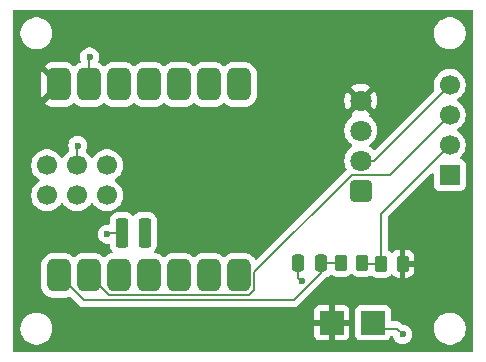
<source format=gtl>
%TF.GenerationSoftware,KiCad,Pcbnew,9.0.6*%
%TF.CreationDate,2025-11-11T11:50:19+01:00*%
%TF.ProjectId,tankuhr,74616e6b-7568-4722-9e6b-696361645f70,rev?*%
%TF.SameCoordinates,Original*%
%TF.FileFunction,Copper,L1,Top*%
%TF.FilePolarity,Positive*%
%FSLAX46Y46*%
G04 Gerber Fmt 4.6, Leading zero omitted, Abs format (unit mm)*
G04 Created by KiCad (PCBNEW 9.0.6) date 2025-11-11 11:50:19*
%MOMM*%
%LPD*%
G01*
G04 APERTURE LIST*
G04 Aperture macros list*
%AMRoundRect*
0 Rectangle with rounded corners*
0 $1 Rounding radius*
0 $2 $3 $4 $5 $6 $7 $8 $9 X,Y pos of 4 corners*
0 Add a 4 corners polygon primitive as box body*
4,1,4,$2,$3,$4,$5,$6,$7,$8,$9,$2,$3,0*
0 Add four circle primitives for the rounded corners*
1,1,$1+$1,$2,$3*
1,1,$1+$1,$4,$5*
1,1,$1+$1,$6,$7*
1,1,$1+$1,$8,$9*
0 Add four rect primitives between the rounded corners*
20,1,$1+$1,$2,$3,$4,$5,0*
20,1,$1+$1,$4,$5,$6,$7,0*
20,1,$1+$1,$6,$7,$8,$9,0*
20,1,$1+$1,$8,$9,$2,$3,0*%
G04 Aperture macros list end*
%TA.AperFunction,SMDPad,CuDef*%
%ADD10R,2.000000X2.000000*%
%TD*%
%TA.AperFunction,ComponentPad*%
%ADD11RoundRect,0.250000X0.650000X0.650000X-0.650000X0.650000X-0.650000X-0.650000X0.650000X-0.650000X0*%
%TD*%
%TA.AperFunction,ComponentPad*%
%ADD12C,1.800000*%
%TD*%
%TA.AperFunction,ComponentPad*%
%ADD13R,1.700000X1.700000*%
%TD*%
%TA.AperFunction,ComponentPad*%
%ADD14C,1.700000*%
%TD*%
%TA.AperFunction,SMDPad,CuDef*%
%ADD15RoundRect,0.250000X-0.262500X-0.450000X0.262500X-0.450000X0.262500X0.450000X-0.262500X0.450000X0*%
%TD*%
%TA.AperFunction,SMDPad,CuDef*%
%ADD16RoundRect,0.250000X0.262500X0.450000X-0.262500X0.450000X-0.262500X-0.450000X0.262500X-0.450000X0*%
%TD*%
%TA.AperFunction,SMDPad,CuDef*%
%ADD17RoundRect,0.250000X0.250000X0.475000X-0.250000X0.475000X-0.250000X-0.475000X0.250000X-0.475000X0*%
%TD*%
%TA.AperFunction,SMDPad,CuDef*%
%ADD18RoundRect,0.500000X0.500000X-0.875000X0.500000X0.875000X-0.500000X0.875000X-0.500000X-0.875000X0*%
%TD*%
%TA.AperFunction,SMDPad,CuDef*%
%ADD19RoundRect,0.275000X-0.275000X0.975000X-0.275000X-0.975000X0.275000X-0.975000X0.275000X0.975000X0*%
%TD*%
%TA.AperFunction,SMDPad,CuDef*%
%ADD20C,1.700000*%
%TD*%
%TA.AperFunction,ViaPad*%
%ADD21C,0.600000*%
%TD*%
%TA.AperFunction,Conductor*%
%ADD22C,0.200000*%
%TD*%
G04 APERTURE END LIST*
D10*
%TO.P,GND1,1,1*%
%TO.N,GND*%
X61000000Y-72000000D03*
%TD*%
D11*
%TO.P,U1,1,-Vin*%
%TO.N,GND*%
X59967500Y-60810000D03*
D12*
%TO.P,U1,2,+Vin*%
%TO.N,+12V*%
X59967500Y-58270000D03*
%TO.P,U1,3,-Vout*%
%TO.N,GND*%
X59967500Y-55730000D03*
%TO.P,U1,4,+Vout*%
%TO.N,+5V*%
X59967500Y-53190000D03*
%TD*%
D13*
%TO.P,J1,1,Pin_1*%
%TO.N,GND*%
X67500000Y-59500000D03*
D14*
%TO.P,J1,2,Pin_2*%
%TO.N,SENSOR_FUEL_LEVEL*%
X67500000Y-56960000D03*
%TO.P,J1,3,Pin_3*%
%TO.N,SENSOR_FUEL_FLOW*%
X67500000Y-54420000D03*
%TO.P,J1,4,Pin_4*%
%TO.N,+12V*%
X67500000Y-51880000D03*
%TD*%
D15*
%TO.P,R1,1*%
%TO.N,SENSOR_FUEL_LEVEL*%
X61675000Y-67000000D03*
%TO.P,R1,2*%
%TO.N,+5V*%
X63500000Y-67000000D03*
%TD*%
D16*
%TO.P,R2,1*%
%TO.N,SENSOR_FUEL_LEVEL*%
X60087500Y-66950000D03*
%TO.P,R2,2*%
%TO.N,Net-(U1-GPIO2_A0_D0)*%
X58262500Y-66950000D03*
%TD*%
D10*
%TO.P,1,1,1*%
%TO.N,+5V*%
X57500000Y-72000000D03*
%TD*%
D17*
%TO.P,C1,1*%
%TO.N,Net-(U1-GPIO2_A0_D0)*%
X56587500Y-66950000D03*
%TO.P,C1,2*%
%TO.N,GND*%
X54687500Y-66950000D03*
%TD*%
D18*
%TO.P,U2,1,GPIO2_A0_D0*%
%TO.N,Net-(U1-GPIO2_A0_D0)*%
X34420000Y-68000000D03*
%TO.P,U2,2,GPIO3_A1_D1*%
%TO.N,SENSOR_FUEL_FLOW*%
X36960000Y-68000000D03*
%TO.P,U2,3,GPIO4_A2_D2*%
%TO.N,unconnected-(U1-GPIO4_A2_D2-Pad3)*%
X39500000Y-68000000D03*
%TO.P,U2,4,GPIO5_A3_D3*%
%TO.N,unconnected-(U1-GPIO5_A3_D3-Pad4)*%
X42040000Y-68000000D03*
%TO.P,U2,5,GPIO6_D4_SDA*%
%TO.N,unconnected-(U1-GPIO6_D4_SDA-Pad5)*%
X44580000Y-68000000D03*
%TO.P,U2,6,GPIO7_D5_SCL*%
%TO.N,unconnected-(U1-GPIO7_D5_SCL-Pad6)*%
X47120000Y-68000000D03*
%TO.P,U2,7,GPIO21_D6_TX*%
%TO.N,unconnected-(U1-GPIO21_D6_TX-Pad7)*%
X49660000Y-68000000D03*
%TO.P,U2,8,GPIO20_D7_RX*%
%TO.N,unconnected-(U1-GPIO20_D7_RX-Pad8)*%
X49660000Y-51835000D03*
%TO.P,U2,9,GPIO8_D8_SCK*%
%TO.N,unconnected-(U1-GPIO8_D8_SCK-Pad9)*%
X47120000Y-51835000D03*
%TO.P,U2,10,GPIO9_D9_MISO*%
%TO.N,unconnected-(U1-GPIO9_D9_MISO-Pad10)*%
X44580000Y-51835000D03*
%TO.P,U2,11,GPIO10_D10_MOSI*%
%TO.N,unconnected-(U1-GPIO10_D10_MOSI-Pad11)*%
X42040000Y-51835000D03*
%TO.P,U2,12,3V3*%
%TO.N,unconnected-(U1-3V3-Pad12)*%
X39500000Y-51835000D03*
%TO.P,U2,13,GND*%
%TO.N,GND*%
X36960000Y-51835000D03*
%TO.P,U2,14,5V*%
%TO.N,+5V*%
X34420000Y-51835000D03*
D19*
%TO.P,U2,15,BAT*%
%TO.N,unconnected-(U1-BAT-Pad15)*%
X41658000Y-64390000D03*
%TO.P,U2,16,GND*%
%TO.N,GND*%
X39753000Y-64390000D03*
D20*
%TO.P,U2,17,MTDI*%
%TO.N,unconnected-(U1-MTDI-Pad17)*%
X33408000Y-61215000D03*
%TO.P,U2,18,MTDO*%
%TO.N,unconnected-(U1-MTDO-Pad18)*%
X33408000Y-58675000D03*
%TO.P,U2,19,CHIP_EN*%
%TO.N,unconnected-(U1-CHIP_EN-Pad19)*%
X35948000Y-61215000D03*
%TO.P,U2,20,GND*%
%TO.N,GND*%
X35948000Y-58675000D03*
%TO.P,U2,21,MTMS*%
%TO.N,unconnected-(U1-MTMS-Pad21)*%
X38488000Y-61215000D03*
%TO.P,U2,22,MTCK*%
%TO.N,unconnected-(U1-MTCK-Pad22)*%
X38488000Y-58675000D03*
%TD*%
D21*
%TO.N,GND*%
X63500000Y-73000000D03*
X36000000Y-57000000D03*
X37000000Y-49500000D03*
X55000000Y-68500000D03*
X38500000Y-64500000D03*
%TD*%
D22*
%TO.N,+12V*%
X67500000Y-51880000D02*
X61110000Y-58270000D01*
X61110000Y-58270000D02*
X59967500Y-58270000D01*
%TO.N,GND*%
X54687500Y-66950000D02*
X54687500Y-68187500D01*
X38610000Y-64390000D02*
X38500000Y-64500000D01*
X35948000Y-57052000D02*
X36000000Y-57000000D01*
X54687500Y-68187500D02*
X55000000Y-68500000D01*
X36960000Y-49540000D02*
X37000000Y-49500000D01*
X35948000Y-58675000D02*
X35948000Y-57052000D01*
X39753000Y-64390000D02*
X38610000Y-64390000D01*
X63000000Y-72500000D02*
X63500000Y-73000000D01*
X36960000Y-51835000D02*
X36960000Y-49540000D01*
X61000000Y-72500000D02*
X63000000Y-72500000D01*
%TO.N,Net-(U1-GPIO2_A0_D0)*%
X54272943Y-70077000D02*
X36497000Y-70077000D01*
X56587500Y-67762443D02*
X54272943Y-70077000D01*
X36497000Y-70077000D02*
X34420000Y-68000000D01*
X56587500Y-66950000D02*
X58262500Y-66950000D01*
X56587500Y-66950000D02*
X56587500Y-67762443D01*
%TO.N,SENSOR_FUEL_LEVEL*%
X61675000Y-67000000D02*
X60137500Y-67000000D01*
X67500000Y-56960000D02*
X61675000Y-62785000D01*
X61625000Y-66950000D02*
X61675000Y-67000000D01*
X60137500Y-67000000D02*
X60087500Y-66950000D01*
X61675000Y-62785000D02*
X61675000Y-67000000D01*
%TO.N,SENSOR_FUEL_FLOW*%
X67500000Y-54420000D02*
X62420000Y-59500000D01*
X50499058Y-69676000D02*
X38636000Y-69676000D01*
X38636000Y-69676000D02*
X36960000Y-68000000D01*
X50961000Y-69214058D02*
X50499058Y-69676000D01*
X59191340Y-59500000D02*
X50961000Y-67730340D01*
X62420000Y-59500000D02*
X59191340Y-59500000D01*
X50961000Y-67730340D02*
X50961000Y-69214058D01*
%TD*%
%TA.AperFunction,Conductor*%
%TO.N,+5V*%
G36*
X69442539Y-45520185D02*
G01*
X69488294Y-45572989D01*
X69499500Y-45624500D01*
X69499500Y-74375500D01*
X69479815Y-74442539D01*
X69427011Y-74488294D01*
X69375500Y-74499500D01*
X30624500Y-74499500D01*
X30557461Y-74479815D01*
X30511706Y-74427011D01*
X30500500Y-74375500D01*
X30500500Y-72393713D01*
X31149500Y-72393713D01*
X31149500Y-72606287D01*
X31182754Y-72816243D01*
X31216841Y-72921153D01*
X31248444Y-73018414D01*
X31344951Y-73207820D01*
X31469890Y-73379786D01*
X31620213Y-73530109D01*
X31792179Y-73655048D01*
X31792181Y-73655049D01*
X31792184Y-73655051D01*
X31981588Y-73751557D01*
X32183757Y-73817246D01*
X32393713Y-73850500D01*
X32393714Y-73850500D01*
X32606286Y-73850500D01*
X32606287Y-73850500D01*
X32816243Y-73817246D01*
X33018412Y-73751557D01*
X33207816Y-73655051D01*
X33253602Y-73621786D01*
X33379786Y-73530109D01*
X33379788Y-73530106D01*
X33379792Y-73530104D01*
X33530104Y-73379792D01*
X33530106Y-73379788D01*
X33530109Y-73379786D01*
X33655048Y-73207820D01*
X33655047Y-73207820D01*
X33655051Y-73207816D01*
X33736561Y-73047844D01*
X56000000Y-73047844D01*
X56006401Y-73107372D01*
X56006403Y-73107379D01*
X56056645Y-73242086D01*
X56056649Y-73242093D01*
X56142809Y-73357187D01*
X56142812Y-73357190D01*
X56257906Y-73443350D01*
X56257913Y-73443354D01*
X56392620Y-73493596D01*
X56392627Y-73493598D01*
X56452155Y-73499999D01*
X56452172Y-73500000D01*
X57250000Y-73500000D01*
X57750000Y-73500000D01*
X58547828Y-73500000D01*
X58547844Y-73499999D01*
X58607372Y-73493598D01*
X58607379Y-73493596D01*
X58742086Y-73443354D01*
X58742093Y-73443350D01*
X58857187Y-73357190D01*
X58857190Y-73357187D01*
X58943350Y-73242093D01*
X58943354Y-73242086D01*
X58993596Y-73107379D01*
X58993598Y-73107372D01*
X58999999Y-73047844D01*
X59000000Y-73047827D01*
X59000000Y-72250000D01*
X57750000Y-72250000D01*
X57750000Y-73500000D01*
X57250000Y-73500000D01*
X57250000Y-72250000D01*
X56000000Y-72250000D01*
X56000000Y-73047844D01*
X33736561Y-73047844D01*
X33751557Y-73018412D01*
X33817246Y-72816243D01*
X33850500Y-72606287D01*
X33850500Y-72393713D01*
X33817246Y-72183757D01*
X33751557Y-71981588D01*
X33655051Y-71792184D01*
X33655049Y-71792181D01*
X33655048Y-71792179D01*
X33530109Y-71620213D01*
X33379786Y-71469890D01*
X33207820Y-71344951D01*
X33018414Y-71248444D01*
X33018413Y-71248443D01*
X33018412Y-71248443D01*
X32816243Y-71182754D01*
X32816241Y-71182753D01*
X32816240Y-71182753D01*
X32654957Y-71157208D01*
X32606287Y-71149500D01*
X32393713Y-71149500D01*
X32345042Y-71157208D01*
X32183760Y-71182753D01*
X31981585Y-71248444D01*
X31792179Y-71344951D01*
X31620213Y-71469890D01*
X31469890Y-71620213D01*
X31344951Y-71792179D01*
X31248444Y-71981585D01*
X31182753Y-72183760D01*
X31165830Y-72290609D01*
X31149500Y-72393713D01*
X30500500Y-72393713D01*
X30500500Y-70952155D01*
X56000000Y-70952155D01*
X56000000Y-71750000D01*
X57250000Y-71750000D01*
X57750000Y-71750000D01*
X59000000Y-71750000D01*
X59000000Y-70952164D01*
X58999997Y-70952135D01*
X59499500Y-70952135D01*
X59499500Y-73047870D01*
X59499501Y-73047876D01*
X59505908Y-73107483D01*
X59556202Y-73242328D01*
X59556206Y-73242335D01*
X59642452Y-73357544D01*
X59642455Y-73357547D01*
X59757664Y-73443793D01*
X59757671Y-73443797D01*
X59892517Y-73494091D01*
X59892516Y-73494091D01*
X59899444Y-73494835D01*
X59952127Y-73500500D01*
X62047872Y-73500499D01*
X62107483Y-73494091D01*
X62242331Y-73443796D01*
X62357546Y-73357546D01*
X62443796Y-73242331D01*
X62466609Y-73181167D01*
X62479878Y-73163440D01*
X62489078Y-73143297D01*
X62500408Y-73136015D01*
X62508480Y-73125233D01*
X62529228Y-73117494D01*
X62547856Y-73105523D01*
X62569772Y-73102371D01*
X62573944Y-73100816D01*
X62582791Y-73100500D01*
X62602044Y-73100500D01*
X62669083Y-73120185D01*
X62714838Y-73172989D01*
X62723661Y-73200309D01*
X62730261Y-73233489D01*
X62730264Y-73233501D01*
X62790602Y-73379172D01*
X62790609Y-73379185D01*
X62878210Y-73510288D01*
X62878213Y-73510292D01*
X62989707Y-73621786D01*
X62989711Y-73621789D01*
X63120814Y-73709390D01*
X63120827Y-73709397D01*
X63222607Y-73751555D01*
X63266503Y-73769737D01*
X63421153Y-73800499D01*
X63421156Y-73800500D01*
X63421158Y-73800500D01*
X63578844Y-73800500D01*
X63578845Y-73800499D01*
X63733497Y-73769737D01*
X63879179Y-73709394D01*
X64010289Y-73621789D01*
X64121789Y-73510289D01*
X64209394Y-73379179D01*
X64269737Y-73233497D01*
X64300500Y-73078842D01*
X64300500Y-72921158D01*
X64300500Y-72921155D01*
X64300499Y-72921153D01*
X64269738Y-72766510D01*
X64269737Y-72766503D01*
X64269735Y-72766498D01*
X64209397Y-72620827D01*
X64209390Y-72620814D01*
X64121789Y-72489711D01*
X64121786Y-72489707D01*
X64025792Y-72393713D01*
X66149500Y-72393713D01*
X66149500Y-72606287D01*
X66182754Y-72816243D01*
X66216841Y-72921153D01*
X66248444Y-73018414D01*
X66344951Y-73207820D01*
X66469890Y-73379786D01*
X66620213Y-73530109D01*
X66792179Y-73655048D01*
X66792181Y-73655049D01*
X66792184Y-73655051D01*
X66981588Y-73751557D01*
X67183757Y-73817246D01*
X67393713Y-73850500D01*
X67393714Y-73850500D01*
X67606286Y-73850500D01*
X67606287Y-73850500D01*
X67816243Y-73817246D01*
X68018412Y-73751557D01*
X68207816Y-73655051D01*
X68253602Y-73621786D01*
X68379786Y-73530109D01*
X68379788Y-73530106D01*
X68379792Y-73530104D01*
X68530104Y-73379792D01*
X68530106Y-73379788D01*
X68530109Y-73379786D01*
X68655048Y-73207820D01*
X68655047Y-73207820D01*
X68655051Y-73207816D01*
X68751557Y-73018412D01*
X68817246Y-72816243D01*
X68850500Y-72606287D01*
X68850500Y-72393713D01*
X68817246Y-72183757D01*
X68751557Y-71981588D01*
X68655051Y-71792184D01*
X68655049Y-71792181D01*
X68655048Y-71792179D01*
X68530109Y-71620213D01*
X68379786Y-71469890D01*
X68207820Y-71344951D01*
X68018414Y-71248444D01*
X68018413Y-71248443D01*
X68018412Y-71248443D01*
X67816243Y-71182754D01*
X67816241Y-71182753D01*
X67816240Y-71182753D01*
X67654957Y-71157208D01*
X67606287Y-71149500D01*
X67393713Y-71149500D01*
X67345042Y-71157208D01*
X67183760Y-71182753D01*
X66981585Y-71248444D01*
X66792179Y-71344951D01*
X66620213Y-71469890D01*
X66469890Y-71620213D01*
X66344951Y-71792179D01*
X66248444Y-71981585D01*
X66182753Y-72183760D01*
X66165830Y-72290609D01*
X66149500Y-72393713D01*
X64025792Y-72393713D01*
X64010292Y-72378213D01*
X64010288Y-72378210D01*
X63879185Y-72290609D01*
X63879172Y-72290602D01*
X63733501Y-72230264D01*
X63733491Y-72230261D01*
X63578151Y-72199362D01*
X63561394Y-72190596D01*
X63542916Y-72186577D01*
X63517875Y-72167831D01*
X63516241Y-72166977D01*
X63514664Y-72165428D01*
X63514660Y-72165425D01*
X63480520Y-72131284D01*
X63368717Y-72019481D01*
X63368716Y-72019480D01*
X63281904Y-71969360D01*
X63281904Y-71969359D01*
X63281900Y-71969358D01*
X63231785Y-71940423D01*
X63079057Y-71899499D01*
X62920943Y-71899499D01*
X62913347Y-71899499D01*
X62913331Y-71899500D01*
X62624499Y-71899500D01*
X62557460Y-71879815D01*
X62511705Y-71827011D01*
X62500499Y-71775500D01*
X62500499Y-70952129D01*
X62500498Y-70952123D01*
X62500497Y-70952116D01*
X62494091Y-70892517D01*
X62443884Y-70757906D01*
X62443797Y-70757671D01*
X62443793Y-70757664D01*
X62357547Y-70642455D01*
X62357544Y-70642452D01*
X62242335Y-70556206D01*
X62242328Y-70556202D01*
X62107482Y-70505908D01*
X62107483Y-70505908D01*
X62047883Y-70499501D01*
X62047881Y-70499500D01*
X62047873Y-70499500D01*
X62047864Y-70499500D01*
X59952129Y-70499500D01*
X59952123Y-70499501D01*
X59892516Y-70505908D01*
X59757671Y-70556202D01*
X59757664Y-70556206D01*
X59642455Y-70642452D01*
X59642452Y-70642455D01*
X59556206Y-70757664D01*
X59556202Y-70757671D01*
X59505908Y-70892517D01*
X59499501Y-70952116D01*
X59499501Y-70952123D01*
X59499500Y-70952135D01*
X58999997Y-70952135D01*
X58993598Y-70892627D01*
X58993596Y-70892620D01*
X58943354Y-70757913D01*
X58943350Y-70757906D01*
X58857190Y-70642812D01*
X58857187Y-70642809D01*
X58742093Y-70556649D01*
X58742086Y-70556645D01*
X58607379Y-70506403D01*
X58607372Y-70506401D01*
X58547844Y-70500000D01*
X57750000Y-70500000D01*
X57750000Y-71750000D01*
X57250000Y-71750000D01*
X57250000Y-70500000D01*
X56452155Y-70500000D01*
X56392627Y-70506401D01*
X56392620Y-70506403D01*
X56257913Y-70556645D01*
X56257906Y-70556649D01*
X56142812Y-70642809D01*
X56142809Y-70642812D01*
X56056649Y-70757906D01*
X56056645Y-70757913D01*
X56006403Y-70892620D01*
X56006401Y-70892627D01*
X56000000Y-70952155D01*
X30500500Y-70952155D01*
X30500500Y-67066966D01*
X32919500Y-67066966D01*
X32919500Y-68933028D01*
X32919501Y-68933034D01*
X32930113Y-69052415D01*
X32986089Y-69248045D01*
X32986090Y-69248048D01*
X32986091Y-69248049D01*
X33080302Y-69428407D01*
X33103466Y-69456815D01*
X33208890Y-69586109D01*
X33302803Y-69662684D01*
X33366593Y-69714698D01*
X33546951Y-69808909D01*
X33546953Y-69808909D01*
X33546954Y-69808910D01*
X33566355Y-69814461D01*
X33742582Y-69864886D01*
X33861963Y-69875500D01*
X34978036Y-69875499D01*
X35097418Y-69864886D01*
X35290225Y-69809717D01*
X35360091Y-69810200D01*
X35412016Y-69841252D01*
X36128284Y-70557520D01*
X36128286Y-70557521D01*
X36128290Y-70557524D01*
X36265209Y-70636573D01*
X36265216Y-70636577D01*
X36417943Y-70677501D01*
X36417945Y-70677501D01*
X36583654Y-70677501D01*
X36583670Y-70677500D01*
X54186274Y-70677500D01*
X54186290Y-70677501D01*
X54193886Y-70677501D01*
X54351997Y-70677501D01*
X54352000Y-70677501D01*
X54504728Y-70636577D01*
X54554847Y-70607639D01*
X54641659Y-70557520D01*
X54753463Y-70445716D01*
X54753463Y-70445714D01*
X54763671Y-70435507D01*
X54763673Y-70435504D01*
X56956213Y-68242964D01*
X56956216Y-68242963D01*
X57035149Y-68164028D01*
X57035159Y-68164023D01*
X57083824Y-68134006D01*
X57156834Y-68109814D01*
X57306156Y-68017712D01*
X57343569Y-67980299D01*
X57404892Y-67946814D01*
X57474584Y-67951798D01*
X57518931Y-67980299D01*
X57531344Y-67992712D01*
X57680666Y-68084814D01*
X57847203Y-68139999D01*
X57949991Y-68150500D01*
X58575008Y-68150499D01*
X58575016Y-68150498D01*
X58575019Y-68150498D01*
X58631302Y-68144748D01*
X58677797Y-68139999D01*
X58844334Y-68084814D01*
X58993656Y-67992712D01*
X59087319Y-67899049D01*
X59148642Y-67865564D01*
X59218334Y-67870548D01*
X59262681Y-67899049D01*
X59356344Y-67992712D01*
X59505666Y-68084814D01*
X59672203Y-68139999D01*
X59774991Y-68150500D01*
X60400008Y-68150499D01*
X60400016Y-68150498D01*
X60400019Y-68150498D01*
X60456302Y-68144748D01*
X60502797Y-68139999D01*
X60669334Y-68084814D01*
X60781713Y-68015498D01*
X60849104Y-67997059D01*
X60915767Y-68017982D01*
X60934489Y-68033357D01*
X60943844Y-68042712D01*
X61093166Y-68134814D01*
X61259703Y-68189999D01*
X61362491Y-68200500D01*
X61987508Y-68200499D01*
X61987516Y-68200498D01*
X61987519Y-68200498D01*
X62043802Y-68194748D01*
X62090297Y-68189999D01*
X62256834Y-68134814D01*
X62406156Y-68042712D01*
X62500175Y-67948692D01*
X62561494Y-67915210D01*
X62631186Y-67920194D01*
X62675534Y-67948695D01*
X62769154Y-68042315D01*
X62918375Y-68134356D01*
X62918380Y-68134358D01*
X63084802Y-68189505D01*
X63084809Y-68189506D01*
X63187519Y-68199999D01*
X63750000Y-68199999D01*
X63812472Y-68199999D01*
X63812486Y-68199998D01*
X63915197Y-68189505D01*
X64081619Y-68134358D01*
X64081624Y-68134356D01*
X64230845Y-68042315D01*
X64354815Y-67918345D01*
X64446856Y-67769124D01*
X64446858Y-67769119D01*
X64502005Y-67602697D01*
X64502006Y-67602690D01*
X64512499Y-67499986D01*
X64512500Y-67499973D01*
X64512500Y-67250000D01*
X63750000Y-67250000D01*
X63750000Y-68199999D01*
X63187519Y-68199999D01*
X63249999Y-68199998D01*
X63250000Y-68199998D01*
X63250000Y-66750000D01*
X63750000Y-66750000D01*
X64512499Y-66750000D01*
X64512499Y-66500028D01*
X64512498Y-66500013D01*
X64502005Y-66397302D01*
X64446858Y-66230880D01*
X64446856Y-66230875D01*
X64354815Y-66081654D01*
X64230845Y-65957684D01*
X64081624Y-65865643D01*
X64081619Y-65865641D01*
X63915197Y-65810494D01*
X63915190Y-65810493D01*
X63812486Y-65800000D01*
X63750000Y-65800000D01*
X63750000Y-66750000D01*
X63250000Y-66750000D01*
X63250000Y-65800000D01*
X63249999Y-65799999D01*
X63187528Y-65800000D01*
X63187511Y-65800001D01*
X63084802Y-65810494D01*
X62918380Y-65865641D01*
X62918375Y-65865643D01*
X62769157Y-65957682D01*
X62675534Y-66051305D01*
X62672743Y-66052828D01*
X62671085Y-66055538D01*
X62642284Y-66069459D01*
X62614210Y-66084789D01*
X62611041Y-66084562D01*
X62608179Y-66085946D01*
X62576429Y-66082087D01*
X62544519Y-66079805D01*
X62541026Y-66077784D01*
X62538820Y-66077516D01*
X62528690Y-66070646D01*
X62508718Y-66059089D01*
X62504269Y-66055401D01*
X62406156Y-65957288D01*
X62327034Y-65908485D01*
X62320365Y-65902957D01*
X62305483Y-65880877D01*
X62287678Y-65861081D01*
X62285407Y-65851090D01*
X62281315Y-65845018D01*
X62281026Y-65831809D01*
X62275500Y-65807491D01*
X62275500Y-63085096D01*
X62295185Y-63018057D01*
X62311814Y-62997420D01*
X65937821Y-59371412D01*
X65999142Y-59337929D01*
X66068834Y-59342913D01*
X66124767Y-59384785D01*
X66149184Y-59450249D01*
X66149500Y-59459095D01*
X66149500Y-60397870D01*
X66149501Y-60397876D01*
X66155908Y-60457483D01*
X66206202Y-60592328D01*
X66206206Y-60592335D01*
X66292452Y-60707544D01*
X66292455Y-60707547D01*
X66407664Y-60793793D01*
X66407671Y-60793797D01*
X66542517Y-60844091D01*
X66542516Y-60844091D01*
X66549444Y-60844835D01*
X66602127Y-60850500D01*
X68397872Y-60850499D01*
X68457483Y-60844091D01*
X68592331Y-60793796D01*
X68707546Y-60707546D01*
X68793796Y-60592331D01*
X68844091Y-60457483D01*
X68850500Y-60397873D01*
X68850499Y-58602128D01*
X68844091Y-58542517D01*
X68793796Y-58407669D01*
X68793795Y-58407668D01*
X68793793Y-58407664D01*
X68707547Y-58292455D01*
X68707544Y-58292452D01*
X68592335Y-58206206D01*
X68592328Y-58206202D01*
X68460917Y-58157189D01*
X68404983Y-58115318D01*
X68380566Y-58049853D01*
X68395418Y-57981580D01*
X68416563Y-57953332D01*
X68530104Y-57839792D01*
X68655051Y-57667816D01*
X68751557Y-57478412D01*
X68817246Y-57276243D01*
X68850500Y-57066287D01*
X68850500Y-56853713D01*
X68817246Y-56643757D01*
X68751557Y-56441588D01*
X68655051Y-56252184D01*
X68655049Y-56252181D01*
X68655048Y-56252179D01*
X68530109Y-56080213D01*
X68379786Y-55929890D01*
X68207820Y-55804951D01*
X68207115Y-55804591D01*
X68199054Y-55800485D01*
X68148259Y-55752512D01*
X68131463Y-55684692D01*
X68153999Y-55618556D01*
X68199054Y-55579515D01*
X68207816Y-55575051D01*
X68229789Y-55559086D01*
X68379786Y-55450109D01*
X68379788Y-55450106D01*
X68379792Y-55450104D01*
X68530104Y-55299792D01*
X68530106Y-55299788D01*
X68530109Y-55299786D01*
X68655048Y-55127820D01*
X68655047Y-55127820D01*
X68655051Y-55127816D01*
X68751557Y-54938412D01*
X68817246Y-54736243D01*
X68850500Y-54526287D01*
X68850500Y-54313713D01*
X68817246Y-54103757D01*
X68751557Y-53901588D01*
X68655051Y-53712184D01*
X68655049Y-53712181D01*
X68655048Y-53712179D01*
X68530109Y-53540213D01*
X68379786Y-53389890D01*
X68207820Y-53264951D01*
X68207115Y-53264591D01*
X68199054Y-53260485D01*
X68148259Y-53212512D01*
X68131463Y-53144692D01*
X68153999Y-53078556D01*
X68199054Y-53039515D01*
X68207816Y-53035051D01*
X68229789Y-53019086D01*
X68379786Y-52910109D01*
X68379788Y-52910106D01*
X68379792Y-52910104D01*
X68530104Y-52759792D01*
X68530106Y-52759788D01*
X68530109Y-52759786D01*
X68655048Y-52587820D01*
X68655047Y-52587820D01*
X68655051Y-52587816D01*
X68751557Y-52398412D01*
X68817246Y-52196243D01*
X68850500Y-51986287D01*
X68850500Y-51773713D01*
X68817246Y-51563757D01*
X68751557Y-51361588D01*
X68655051Y-51172184D01*
X68655049Y-51172181D01*
X68655048Y-51172179D01*
X68530109Y-51000213D01*
X68379786Y-50849890D01*
X68207820Y-50724951D01*
X68018414Y-50628444D01*
X68018413Y-50628443D01*
X68018412Y-50628443D01*
X67816243Y-50562754D01*
X67816241Y-50562753D01*
X67816240Y-50562753D01*
X67654957Y-50537208D01*
X67606287Y-50529500D01*
X67393713Y-50529500D01*
X67345042Y-50537208D01*
X67183760Y-50562753D01*
X66981585Y-50628444D01*
X66792179Y-50724951D01*
X66620213Y-50849890D01*
X66469890Y-51000213D01*
X66344951Y-51172179D01*
X66248444Y-51361585D01*
X66182753Y-51563760D01*
X66160928Y-51701558D01*
X66149500Y-51773713D01*
X66149500Y-51986287D01*
X66157838Y-52038931D01*
X66182754Y-52196244D01*
X66182754Y-52196247D01*
X66196491Y-52238523D01*
X66198486Y-52308364D01*
X66166241Y-52364522D01*
X61192116Y-57338647D01*
X61130793Y-57372132D01*
X61061101Y-57367148D01*
X61016754Y-57338647D01*
X60879863Y-57201756D01*
X60879858Y-57201752D01*
X60740245Y-57100318D01*
X60697579Y-57044989D01*
X60691600Y-56975375D01*
X60724205Y-56913580D01*
X60740245Y-56899682D01*
X60871410Y-56804385D01*
X60879865Y-56798242D01*
X61035742Y-56642365D01*
X61165315Y-56464022D01*
X61265395Y-56267606D01*
X61333515Y-56057951D01*
X61368000Y-55840222D01*
X61368000Y-55619778D01*
X61333515Y-55402049D01*
X61265395Y-55192394D01*
X61265395Y-55192393D01*
X61230737Y-55124375D01*
X61165315Y-54995978D01*
X61098869Y-54904522D01*
X61035747Y-54817641D01*
X61035743Y-54817636D01*
X60879863Y-54661756D01*
X60879858Y-54661752D01*
X60739819Y-54560008D01*
X60697153Y-54504678D01*
X60691174Y-54435065D01*
X60723779Y-54373270D01*
X60739819Y-54359372D01*
X60765013Y-54341066D01*
X60765014Y-54341066D01*
X60096909Y-53672962D01*
X60160493Y-53655925D01*
X60274507Y-53590099D01*
X60367599Y-53497007D01*
X60433425Y-53382993D01*
X60450462Y-53319410D01*
X61118566Y-53987514D01*
X61118566Y-53987513D01*
X61164886Y-53923760D01*
X61264932Y-53727410D01*
X61333026Y-53517835D01*
X61367500Y-53300181D01*
X61367500Y-53079818D01*
X61333026Y-52862164D01*
X61264932Y-52652589D01*
X61164888Y-52456243D01*
X61118566Y-52392485D01*
X61118565Y-52392485D01*
X60450462Y-53060589D01*
X60433425Y-52997007D01*
X60367599Y-52882993D01*
X60274507Y-52789901D01*
X60160493Y-52724075D01*
X60096907Y-52707037D01*
X60765013Y-52038932D01*
X60701256Y-51992611D01*
X60504910Y-51892567D01*
X60295335Y-51824473D01*
X60077681Y-51790000D01*
X59857319Y-51790000D01*
X59639664Y-51824473D01*
X59430089Y-51892567D01*
X59233733Y-51992616D01*
X59169985Y-52038931D01*
X59169985Y-52038932D01*
X59838090Y-52707037D01*
X59774507Y-52724075D01*
X59660493Y-52789901D01*
X59567401Y-52882993D01*
X59501575Y-52997007D01*
X59484537Y-53060590D01*
X58816432Y-52392485D01*
X58816431Y-52392485D01*
X58770116Y-52456233D01*
X58670067Y-52652589D01*
X58601973Y-52862164D01*
X58567500Y-53079818D01*
X58567500Y-53300181D01*
X58601973Y-53517835D01*
X58670067Y-53727410D01*
X58770111Y-53923756D01*
X58816432Y-53987513D01*
X59484537Y-53319408D01*
X59501575Y-53382993D01*
X59567401Y-53497007D01*
X59660493Y-53590099D01*
X59774507Y-53655925D01*
X59838090Y-53672962D01*
X59169985Y-54341065D01*
X59169985Y-54341066D01*
X59195180Y-54359371D01*
X59237846Y-54414701D01*
X59243825Y-54484314D01*
X59211220Y-54546110D01*
X59195181Y-54560008D01*
X59055136Y-54661756D01*
X58899256Y-54817636D01*
X58899252Y-54817641D01*
X58769687Y-54995974D01*
X58669604Y-55192393D01*
X58669603Y-55192396D01*
X58601485Y-55402047D01*
X58567000Y-55619778D01*
X58567000Y-55840221D01*
X58601485Y-56057952D01*
X58669603Y-56267603D01*
X58669604Y-56267606D01*
X58769687Y-56464025D01*
X58899252Y-56642358D01*
X58899256Y-56642363D01*
X59055136Y-56798243D01*
X59055141Y-56798247D01*
X59194754Y-56899682D01*
X59237420Y-56955012D01*
X59243399Y-57024625D01*
X59210793Y-57086420D01*
X59194754Y-57100318D01*
X59055141Y-57201752D01*
X59055136Y-57201756D01*
X58899256Y-57357636D01*
X58899252Y-57357641D01*
X58769687Y-57535974D01*
X58669604Y-57732393D01*
X58669603Y-57732396D01*
X58601485Y-57942047D01*
X58588071Y-58026742D01*
X58567000Y-58159778D01*
X58567000Y-58380222D01*
X58571347Y-58407669D01*
X58601485Y-58597952D01*
X58669603Y-58807603D01*
X58669604Y-58807606D01*
X58751870Y-58969059D01*
X58756431Y-58993347D01*
X58765068Y-59016498D01*
X58762766Y-59027081D01*
X58764766Y-59037728D01*
X58755472Y-59060625D01*
X58750222Y-59084772D01*
X58740282Y-59098050D01*
X58738490Y-59102468D01*
X58729073Y-59113028D01*
X58710825Y-59131279D01*
X58710821Y-59131280D01*
X58710818Y-59131286D01*
X51212025Y-66630078D01*
X51150702Y-66663563D01*
X51081010Y-66658579D01*
X51025077Y-66616707D01*
X51014440Y-66599816D01*
X50999698Y-66571593D01*
X50975958Y-66542479D01*
X50871109Y-66413890D01*
X50713409Y-66285304D01*
X50713410Y-66285304D01*
X50713407Y-66285302D01*
X50533049Y-66191091D01*
X50533048Y-66191090D01*
X50533045Y-66191089D01*
X50409244Y-66155666D01*
X50337418Y-66135114D01*
X50337415Y-66135113D01*
X50337413Y-66135113D01*
X50271102Y-66129217D01*
X50218037Y-66124500D01*
X50218032Y-66124500D01*
X49101971Y-66124500D01*
X49101965Y-66124500D01*
X49101964Y-66124501D01*
X49090316Y-66125536D01*
X48982584Y-66135113D01*
X48786954Y-66191089D01*
X48767035Y-66201494D01*
X48606593Y-66285302D01*
X48606591Y-66285303D01*
X48606590Y-66285304D01*
X48468361Y-66398015D01*
X48403964Y-66425124D01*
X48335135Y-66413115D01*
X48311639Y-66398015D01*
X48218664Y-66322204D01*
X48173407Y-66285302D01*
X47993049Y-66191091D01*
X47993048Y-66191090D01*
X47993045Y-66191089D01*
X47869244Y-66155666D01*
X47797418Y-66135114D01*
X47797415Y-66135113D01*
X47797413Y-66135113D01*
X47731102Y-66129217D01*
X47678037Y-66124500D01*
X47678032Y-66124500D01*
X46561971Y-66124500D01*
X46561965Y-66124500D01*
X46561964Y-66124501D01*
X46550316Y-66125536D01*
X46442584Y-66135113D01*
X46246954Y-66191089D01*
X46227035Y-66201494D01*
X46066593Y-66285302D01*
X46066591Y-66285303D01*
X46066590Y-66285304D01*
X45928361Y-66398015D01*
X45863964Y-66425124D01*
X45795135Y-66413115D01*
X45771639Y-66398015D01*
X45678664Y-66322204D01*
X45633407Y-66285302D01*
X45453049Y-66191091D01*
X45453048Y-66191090D01*
X45453045Y-66191089D01*
X45329244Y-66155666D01*
X45257418Y-66135114D01*
X45257415Y-66135113D01*
X45257413Y-66135113D01*
X45191102Y-66129217D01*
X45138037Y-66124500D01*
X45138032Y-66124500D01*
X44021971Y-66124500D01*
X44021965Y-66124500D01*
X44021964Y-66124501D01*
X44010316Y-66125536D01*
X43902584Y-66135113D01*
X43706954Y-66191089D01*
X43687035Y-66201494D01*
X43526593Y-66285302D01*
X43526591Y-66285303D01*
X43526590Y-66285304D01*
X43388361Y-66398015D01*
X43323964Y-66425124D01*
X43255135Y-66413115D01*
X43231639Y-66398015D01*
X43138664Y-66322204D01*
X43093407Y-66285302D01*
X42913049Y-66191091D01*
X42913048Y-66191090D01*
X42913045Y-66191089D01*
X42789244Y-66155666D01*
X42717418Y-66135114D01*
X42717415Y-66135113D01*
X42717413Y-66135113D01*
X42644631Y-66128642D01*
X42598037Y-66124500D01*
X42598033Y-66124500D01*
X42569585Y-66124500D01*
X42502546Y-66104815D01*
X42456791Y-66052011D01*
X42446847Y-65982853D01*
X42475872Y-65919297D01*
X42481904Y-65912819D01*
X42512435Y-65882288D01*
X42543147Y-65851576D01*
X42636122Y-65703606D01*
X42693841Y-65538657D01*
X42708500Y-65408552D01*
X42708500Y-63371448D01*
X42693841Y-63241343D01*
X42636122Y-63076394D01*
X42543147Y-62928424D01*
X42419576Y-62804853D01*
X42271606Y-62711878D01*
X42271605Y-62711877D01*
X42271604Y-62711877D01*
X42106658Y-62654159D01*
X42106648Y-62654157D01*
X41976558Y-62639500D01*
X41976552Y-62639500D01*
X41339448Y-62639500D01*
X41339441Y-62639500D01*
X41209351Y-62654157D01*
X41209341Y-62654159D01*
X41044395Y-62711877D01*
X40896423Y-62804853D01*
X40793181Y-62908096D01*
X40731858Y-62941581D01*
X40662166Y-62936597D01*
X40617819Y-62908096D01*
X40514576Y-62804853D01*
X40366604Y-62711877D01*
X40201658Y-62654159D01*
X40201648Y-62654157D01*
X40071558Y-62639500D01*
X40071552Y-62639500D01*
X39434448Y-62639500D01*
X39434441Y-62639500D01*
X39304351Y-62654157D01*
X39304341Y-62654159D01*
X39139395Y-62711877D01*
X38991423Y-62804853D01*
X38867853Y-62928423D01*
X38774877Y-63076395D01*
X38717159Y-63241341D01*
X38717157Y-63241351D01*
X38702500Y-63371441D01*
X38702500Y-63575500D01*
X38682815Y-63642539D01*
X38630011Y-63688294D01*
X38578500Y-63699500D01*
X38421155Y-63699500D01*
X38266510Y-63730261D01*
X38266498Y-63730264D01*
X38120827Y-63790602D01*
X38120814Y-63790609D01*
X37989711Y-63878210D01*
X37989707Y-63878213D01*
X37878213Y-63989707D01*
X37878210Y-63989711D01*
X37790609Y-64120814D01*
X37790602Y-64120827D01*
X37730264Y-64266498D01*
X37730261Y-64266510D01*
X37699500Y-64421153D01*
X37699500Y-64578846D01*
X37730261Y-64733489D01*
X37730264Y-64733501D01*
X37790602Y-64879172D01*
X37790609Y-64879185D01*
X37878210Y-65010288D01*
X37878213Y-65010292D01*
X37989707Y-65121786D01*
X37989711Y-65121789D01*
X38120814Y-65209390D01*
X38120827Y-65209397D01*
X38266498Y-65269735D01*
X38266503Y-65269737D01*
X38421153Y-65300499D01*
X38421156Y-65300500D01*
X38579512Y-65300500D01*
X38646551Y-65320185D01*
X38692306Y-65372989D01*
X38702732Y-65410617D01*
X38717157Y-65538648D01*
X38717159Y-65538658D01*
X38774877Y-65703604D01*
X38774878Y-65703606D01*
X38846304Y-65817281D01*
X38867853Y-65851576D01*
X38936856Y-65920579D01*
X38970341Y-65981902D01*
X38965357Y-66051594D01*
X38923485Y-66107527D01*
X38860157Y-66131773D01*
X38822584Y-66135113D01*
X38626954Y-66191089D01*
X38607035Y-66201494D01*
X38446593Y-66285302D01*
X38446591Y-66285303D01*
X38446590Y-66285304D01*
X38308361Y-66398015D01*
X38243964Y-66425124D01*
X38175135Y-66413115D01*
X38151639Y-66398015D01*
X38058664Y-66322204D01*
X38013407Y-66285302D01*
X37833049Y-66191091D01*
X37833048Y-66191090D01*
X37833045Y-66191089D01*
X37709244Y-66155666D01*
X37637418Y-66135114D01*
X37637415Y-66135113D01*
X37637413Y-66135113D01*
X37571102Y-66129217D01*
X37518037Y-66124500D01*
X37518032Y-66124500D01*
X36401971Y-66124500D01*
X36401965Y-66124500D01*
X36401964Y-66124501D01*
X36390316Y-66125536D01*
X36282584Y-66135113D01*
X36086954Y-66191089D01*
X36067035Y-66201494D01*
X35906593Y-66285302D01*
X35906591Y-66285303D01*
X35906590Y-66285304D01*
X35768361Y-66398015D01*
X35703964Y-66425124D01*
X35635135Y-66413115D01*
X35611639Y-66398015D01*
X35518664Y-66322204D01*
X35473407Y-66285302D01*
X35293049Y-66191091D01*
X35293048Y-66191090D01*
X35293045Y-66191089D01*
X35169244Y-66155666D01*
X35097418Y-66135114D01*
X35097415Y-66135113D01*
X35097413Y-66135113D01*
X35031102Y-66129217D01*
X34978037Y-66124500D01*
X34978032Y-66124500D01*
X33861971Y-66124500D01*
X33861965Y-66124500D01*
X33861964Y-66124501D01*
X33850316Y-66125536D01*
X33742584Y-66135113D01*
X33546954Y-66191089D01*
X33527035Y-66201494D01*
X33366593Y-66285302D01*
X33366591Y-66285303D01*
X33366590Y-66285304D01*
X33208890Y-66413890D01*
X33080304Y-66571590D01*
X33080302Y-66571593D01*
X33049752Y-66630078D01*
X32986089Y-66751954D01*
X32930114Y-66947583D01*
X32930113Y-66947586D01*
X32919500Y-67066966D01*
X30500500Y-67066966D01*
X30500500Y-58568713D01*
X32057500Y-58568713D01*
X32057500Y-58781287D01*
X32090754Y-58991243D01*
X32145500Y-59159734D01*
X32156444Y-59193414D01*
X32252951Y-59382820D01*
X32377890Y-59554786D01*
X32528213Y-59705109D01*
X32700182Y-59830050D01*
X32708946Y-59834516D01*
X32759742Y-59882491D01*
X32776536Y-59950312D01*
X32753998Y-60016447D01*
X32708946Y-60055484D01*
X32700182Y-60059949D01*
X32528213Y-60184890D01*
X32377890Y-60335213D01*
X32252951Y-60507179D01*
X32156444Y-60696585D01*
X32090753Y-60898760D01*
X32057500Y-61108713D01*
X32057500Y-61321286D01*
X32087390Y-61510008D01*
X32090754Y-61531243D01*
X32117253Y-61612799D01*
X32156444Y-61733414D01*
X32252951Y-61922820D01*
X32377890Y-62094786D01*
X32528213Y-62245109D01*
X32700179Y-62370048D01*
X32700181Y-62370049D01*
X32700184Y-62370051D01*
X32889588Y-62466557D01*
X33091757Y-62532246D01*
X33301713Y-62565500D01*
X33301714Y-62565500D01*
X33514286Y-62565500D01*
X33514287Y-62565500D01*
X33724243Y-62532246D01*
X33926412Y-62466557D01*
X34115816Y-62370051D01*
X34137789Y-62354086D01*
X34287786Y-62245109D01*
X34287788Y-62245106D01*
X34287792Y-62245104D01*
X34438104Y-62094792D01*
X34438106Y-62094788D01*
X34438109Y-62094786D01*
X34563048Y-61922820D01*
X34563047Y-61922820D01*
X34563051Y-61922816D01*
X34567514Y-61914054D01*
X34615488Y-61863259D01*
X34683308Y-61846463D01*
X34749444Y-61868999D01*
X34788486Y-61914056D01*
X34792951Y-61922820D01*
X34917890Y-62094786D01*
X35068213Y-62245109D01*
X35240179Y-62370048D01*
X35240181Y-62370049D01*
X35240184Y-62370051D01*
X35429588Y-62466557D01*
X35631757Y-62532246D01*
X35841713Y-62565500D01*
X35841714Y-62565500D01*
X36054286Y-62565500D01*
X36054287Y-62565500D01*
X36264243Y-62532246D01*
X36466412Y-62466557D01*
X36655816Y-62370051D01*
X36677789Y-62354086D01*
X36827786Y-62245109D01*
X36827788Y-62245106D01*
X36827792Y-62245104D01*
X36978104Y-62094792D01*
X36978106Y-62094788D01*
X36978109Y-62094786D01*
X37103048Y-61922820D01*
X37103047Y-61922820D01*
X37103051Y-61922816D01*
X37107514Y-61914054D01*
X37155488Y-61863259D01*
X37223308Y-61846463D01*
X37289444Y-61868999D01*
X37328486Y-61914056D01*
X37332951Y-61922820D01*
X37457890Y-62094786D01*
X37608213Y-62245109D01*
X37780179Y-62370048D01*
X37780181Y-62370049D01*
X37780184Y-62370051D01*
X37969588Y-62466557D01*
X38171757Y-62532246D01*
X38381713Y-62565500D01*
X38381714Y-62565500D01*
X38594286Y-62565500D01*
X38594287Y-62565500D01*
X38804243Y-62532246D01*
X39006412Y-62466557D01*
X39195816Y-62370051D01*
X39217789Y-62354086D01*
X39367786Y-62245109D01*
X39367788Y-62245106D01*
X39367792Y-62245104D01*
X39518104Y-62094792D01*
X39518106Y-62094788D01*
X39518109Y-62094786D01*
X39643048Y-61922820D01*
X39643047Y-61922820D01*
X39643051Y-61922816D01*
X39739557Y-61733412D01*
X39805246Y-61531243D01*
X39838500Y-61321287D01*
X39838500Y-61108713D01*
X39805246Y-60898757D01*
X39739557Y-60696588D01*
X39643051Y-60507184D01*
X39643049Y-60507181D01*
X39643048Y-60507179D01*
X39518109Y-60335213D01*
X39367786Y-60184890D01*
X39195820Y-60059951D01*
X39195084Y-60059576D01*
X39187054Y-60055485D01*
X39136259Y-60007512D01*
X39119463Y-59939692D01*
X39141999Y-59873556D01*
X39187054Y-59834515D01*
X39195816Y-59830051D01*
X39217789Y-59814086D01*
X39367786Y-59705109D01*
X39367788Y-59705106D01*
X39367792Y-59705104D01*
X39518104Y-59554792D01*
X39518106Y-59554788D01*
X39518109Y-59554786D01*
X39643048Y-59382820D01*
X39643047Y-59382820D01*
X39643051Y-59382816D01*
X39739557Y-59193412D01*
X39805246Y-58991243D01*
X39838500Y-58781287D01*
X39838500Y-58568713D01*
X39805246Y-58358757D01*
X39739557Y-58156588D01*
X39643051Y-57967184D01*
X39643049Y-57967181D01*
X39643048Y-57967179D01*
X39518109Y-57795213D01*
X39367786Y-57644890D01*
X39195820Y-57519951D01*
X39006414Y-57423444D01*
X39006413Y-57423443D01*
X39006412Y-57423443D01*
X38804243Y-57357754D01*
X38804241Y-57357753D01*
X38804240Y-57357753D01*
X38642957Y-57332208D01*
X38594287Y-57324500D01*
X38381713Y-57324500D01*
X38333042Y-57332208D01*
X38171760Y-57357753D01*
X37969585Y-57423444D01*
X37780179Y-57519951D01*
X37608213Y-57644890D01*
X37457890Y-57795213D01*
X37332949Y-57967182D01*
X37328484Y-57975946D01*
X37280509Y-58026742D01*
X37212688Y-58043536D01*
X37146553Y-58020998D01*
X37107516Y-57975946D01*
X37103050Y-57967182D01*
X36978109Y-57795213D01*
X36827790Y-57644894D01*
X36827785Y-57644890D01*
X36725019Y-57570226D01*
X36682353Y-57514896D01*
X36676374Y-57445283D01*
X36694804Y-57401015D01*
X36709388Y-57379188D01*
X36709388Y-57379187D01*
X36709394Y-57379179D01*
X36769737Y-57233497D01*
X36800500Y-57078842D01*
X36800500Y-56921158D01*
X36800500Y-56921155D01*
X36800499Y-56921153D01*
X36787084Y-56853713D01*
X36769737Y-56766503D01*
X36718896Y-56643760D01*
X36709397Y-56620827D01*
X36709390Y-56620814D01*
X36621789Y-56489711D01*
X36621786Y-56489707D01*
X36510292Y-56378213D01*
X36510288Y-56378210D01*
X36379185Y-56290609D01*
X36379172Y-56290602D01*
X36233501Y-56230264D01*
X36233489Y-56230261D01*
X36078845Y-56199500D01*
X36078842Y-56199500D01*
X35921158Y-56199500D01*
X35921155Y-56199500D01*
X35766510Y-56230261D01*
X35766498Y-56230264D01*
X35620827Y-56290602D01*
X35620814Y-56290609D01*
X35489711Y-56378210D01*
X35489707Y-56378213D01*
X35378213Y-56489707D01*
X35378210Y-56489711D01*
X35290609Y-56620814D01*
X35290602Y-56620827D01*
X35230264Y-56766498D01*
X35230261Y-56766510D01*
X35199500Y-56921153D01*
X35199500Y-57078846D01*
X35230261Y-57233489D01*
X35230264Y-57233501D01*
X35286374Y-57368963D01*
X35293843Y-57438432D01*
X35262568Y-57500911D01*
X35243634Y-57516409D01*
X35244125Y-57517085D01*
X35068213Y-57644890D01*
X34917890Y-57795213D01*
X34792949Y-57967182D01*
X34788484Y-57975946D01*
X34740509Y-58026742D01*
X34672688Y-58043536D01*
X34606553Y-58020998D01*
X34567516Y-57975946D01*
X34563050Y-57967182D01*
X34438109Y-57795213D01*
X34287786Y-57644890D01*
X34115820Y-57519951D01*
X33926414Y-57423444D01*
X33926413Y-57423443D01*
X33926412Y-57423443D01*
X33724243Y-57357754D01*
X33724241Y-57357753D01*
X33724240Y-57357753D01*
X33562957Y-57332208D01*
X33514287Y-57324500D01*
X33301713Y-57324500D01*
X33253042Y-57332208D01*
X33091760Y-57357753D01*
X32889585Y-57423444D01*
X32700179Y-57519951D01*
X32528213Y-57644890D01*
X32377890Y-57795213D01*
X32252951Y-57967179D01*
X32156444Y-58156585D01*
X32090753Y-58358760D01*
X32061649Y-58542516D01*
X32057500Y-58568713D01*
X30500500Y-58568713D01*
X30500500Y-50901999D01*
X32920000Y-50901999D01*
X32920000Y-52768000D01*
X32930609Y-52887331D01*
X32949187Y-52952260D01*
X34066448Y-51835000D01*
X32949186Y-50717738D01*
X32930610Y-50782664D01*
X32930609Y-50782669D01*
X32920000Y-50901999D01*
X30500500Y-50901999D01*
X30500500Y-50261061D01*
X33199613Y-50261061D01*
X34509095Y-51570543D01*
X34542580Y-51631866D01*
X34537596Y-51701558D01*
X34509095Y-51745905D01*
X34420000Y-51835000D01*
X34509094Y-51924094D01*
X34542579Y-51985417D01*
X34537595Y-52055109D01*
X34509094Y-52099456D01*
X33199613Y-53408937D01*
X33199613Y-53408938D01*
X33209246Y-53420753D01*
X33366870Y-53549278D01*
X33547138Y-53643442D01*
X33742671Y-53699390D01*
X33742674Y-53699391D01*
X33861999Y-53709999D01*
X33862002Y-53710000D01*
X34977998Y-53710000D01*
X34978000Y-53709999D01*
X35097325Y-53699391D01*
X35097328Y-53699390D01*
X35292861Y-53643442D01*
X35473130Y-53549278D01*
X35611241Y-53436662D01*
X35675637Y-53409552D01*
X35744467Y-53421561D01*
X35767964Y-53436661D01*
X35906593Y-53549698D01*
X36086951Y-53643909D01*
X36282582Y-53699886D01*
X36401963Y-53710500D01*
X37518036Y-53710499D01*
X37637418Y-53699886D01*
X37833049Y-53643909D01*
X38013407Y-53549698D01*
X38151640Y-53436983D01*
X38216035Y-53409875D01*
X38284865Y-53421884D01*
X38308357Y-53436981D01*
X38446593Y-53549698D01*
X38626951Y-53643909D01*
X38822582Y-53699886D01*
X38941963Y-53710500D01*
X40058036Y-53710499D01*
X40177418Y-53699886D01*
X40373049Y-53643909D01*
X40553407Y-53549698D01*
X40691640Y-53436983D01*
X40756035Y-53409875D01*
X40824865Y-53421884D01*
X40848357Y-53436981D01*
X40986593Y-53549698D01*
X41166951Y-53643909D01*
X41362582Y-53699886D01*
X41481963Y-53710500D01*
X42598036Y-53710499D01*
X42717418Y-53699886D01*
X42913049Y-53643909D01*
X43093407Y-53549698D01*
X43231640Y-53436983D01*
X43296035Y-53409875D01*
X43364865Y-53421884D01*
X43388357Y-53436981D01*
X43526593Y-53549698D01*
X43706951Y-53643909D01*
X43902582Y-53699886D01*
X44021963Y-53710500D01*
X45138036Y-53710499D01*
X45257418Y-53699886D01*
X45453049Y-53643909D01*
X45633407Y-53549698D01*
X45771640Y-53436983D01*
X45836035Y-53409875D01*
X45904865Y-53421884D01*
X45928357Y-53436981D01*
X46066593Y-53549698D01*
X46246951Y-53643909D01*
X46442582Y-53699886D01*
X46561963Y-53710500D01*
X47678036Y-53710499D01*
X47797418Y-53699886D01*
X47993049Y-53643909D01*
X48173407Y-53549698D01*
X48311640Y-53436983D01*
X48376035Y-53409875D01*
X48444865Y-53421884D01*
X48468357Y-53436981D01*
X48606593Y-53549698D01*
X48786951Y-53643909D01*
X48982582Y-53699886D01*
X49101963Y-53710500D01*
X50218036Y-53710499D01*
X50337418Y-53699886D01*
X50533049Y-53643909D01*
X50713407Y-53549698D01*
X50871109Y-53421109D01*
X50999698Y-53263407D01*
X51093909Y-53083049D01*
X51149886Y-52887418D01*
X51160500Y-52768037D01*
X51160499Y-51835000D01*
X51160499Y-50901971D01*
X51160499Y-50901964D01*
X51149886Y-50782582D01*
X51093909Y-50586951D01*
X50999698Y-50406593D01*
X50930000Y-50321115D01*
X50871109Y-50248890D01*
X50755933Y-50154977D01*
X50713407Y-50120302D01*
X50533049Y-50026091D01*
X50533048Y-50026090D01*
X50533045Y-50026089D01*
X50415829Y-49992550D01*
X50337418Y-49970114D01*
X50337415Y-49970113D01*
X50337413Y-49970113D01*
X50271102Y-49964217D01*
X50218037Y-49959500D01*
X50218032Y-49959500D01*
X49101971Y-49959500D01*
X49101965Y-49959500D01*
X49101964Y-49959501D01*
X49096351Y-49960000D01*
X48982584Y-49970113D01*
X48786954Y-50026089D01*
X48696772Y-50073196D01*
X48606593Y-50120302D01*
X48606591Y-50120303D01*
X48606590Y-50120304D01*
X48468361Y-50233015D01*
X48403964Y-50260124D01*
X48335135Y-50248115D01*
X48311639Y-50233015D01*
X48248385Y-50181438D01*
X48173407Y-50120302D01*
X47993049Y-50026091D01*
X47993048Y-50026090D01*
X47993045Y-50026089D01*
X47875829Y-49992550D01*
X47797418Y-49970114D01*
X47797415Y-49970113D01*
X47797413Y-49970113D01*
X47731102Y-49964217D01*
X47678037Y-49959500D01*
X47678032Y-49959500D01*
X46561971Y-49959500D01*
X46561965Y-49959500D01*
X46561964Y-49959501D01*
X46556351Y-49960000D01*
X46442584Y-49970113D01*
X46246954Y-50026089D01*
X46156772Y-50073196D01*
X46066593Y-50120302D01*
X46066591Y-50120303D01*
X46066590Y-50120304D01*
X45928361Y-50233015D01*
X45863964Y-50260124D01*
X45795135Y-50248115D01*
X45771639Y-50233015D01*
X45708385Y-50181438D01*
X45633407Y-50120302D01*
X45453049Y-50026091D01*
X45453048Y-50026090D01*
X45453045Y-50026089D01*
X45335829Y-49992550D01*
X45257418Y-49970114D01*
X45257415Y-49970113D01*
X45257413Y-49970113D01*
X45191102Y-49964217D01*
X45138037Y-49959500D01*
X45138032Y-49959500D01*
X44021971Y-49959500D01*
X44021965Y-49959500D01*
X44021964Y-49959501D01*
X44016351Y-49960000D01*
X43902584Y-49970113D01*
X43706954Y-50026089D01*
X43616772Y-50073196D01*
X43526593Y-50120302D01*
X43526591Y-50120303D01*
X43526590Y-50120304D01*
X43388361Y-50233015D01*
X43323964Y-50260124D01*
X43255135Y-50248115D01*
X43231639Y-50233015D01*
X43168385Y-50181438D01*
X43093407Y-50120302D01*
X42913049Y-50026091D01*
X42913048Y-50026090D01*
X42913045Y-50026089D01*
X42795829Y-49992550D01*
X42717418Y-49970114D01*
X42717415Y-49970113D01*
X42717413Y-49970113D01*
X42651102Y-49964217D01*
X42598037Y-49959500D01*
X42598032Y-49959500D01*
X41481971Y-49959500D01*
X41481965Y-49959500D01*
X41481964Y-49959501D01*
X41476351Y-49960000D01*
X41362584Y-49970113D01*
X41166954Y-50026089D01*
X41076772Y-50073196D01*
X40986593Y-50120302D01*
X40986591Y-50120303D01*
X40986590Y-50120304D01*
X40848361Y-50233015D01*
X40783964Y-50260124D01*
X40715135Y-50248115D01*
X40691639Y-50233015D01*
X40628385Y-50181438D01*
X40553407Y-50120302D01*
X40373049Y-50026091D01*
X40373048Y-50026090D01*
X40373045Y-50026089D01*
X40255829Y-49992550D01*
X40177418Y-49970114D01*
X40177415Y-49970113D01*
X40177413Y-49970113D01*
X40111102Y-49964217D01*
X40058037Y-49959500D01*
X40058032Y-49959500D01*
X38941971Y-49959500D01*
X38941965Y-49959500D01*
X38941964Y-49959501D01*
X38936351Y-49960000D01*
X38822584Y-49970113D01*
X38626954Y-50026089D01*
X38536772Y-50073196D01*
X38446593Y-50120302D01*
X38446591Y-50120303D01*
X38446590Y-50120304D01*
X38308361Y-50233015D01*
X38243964Y-50260124D01*
X38175135Y-50248115D01*
X38151639Y-50233015D01*
X38088385Y-50181438D01*
X38013407Y-50120302D01*
X37833049Y-50026091D01*
X37833048Y-50026090D01*
X37833043Y-50026088D01*
X37801736Y-50017130D01*
X37742698Y-49979762D01*
X37713236Y-49916408D01*
X37721287Y-49850465D01*
X37769737Y-49733497D01*
X37800500Y-49578842D01*
X37800500Y-49421158D01*
X37800500Y-49421155D01*
X37800499Y-49421153D01*
X37769738Y-49266510D01*
X37769737Y-49266503D01*
X37769735Y-49266498D01*
X37709397Y-49120827D01*
X37709390Y-49120814D01*
X37621789Y-48989711D01*
X37621786Y-48989707D01*
X37510292Y-48878213D01*
X37510288Y-48878210D01*
X37379185Y-48790609D01*
X37379172Y-48790602D01*
X37233501Y-48730264D01*
X37233489Y-48730261D01*
X37078845Y-48699500D01*
X37078842Y-48699500D01*
X36921158Y-48699500D01*
X36921155Y-48699500D01*
X36766510Y-48730261D01*
X36766498Y-48730264D01*
X36620827Y-48790602D01*
X36620814Y-48790609D01*
X36489711Y-48878210D01*
X36489707Y-48878213D01*
X36378213Y-48989707D01*
X36378210Y-48989711D01*
X36290609Y-49120814D01*
X36290602Y-49120827D01*
X36230264Y-49266498D01*
X36230261Y-49266510D01*
X36199500Y-49421153D01*
X36199500Y-49578846D01*
X36230261Y-49733489D01*
X36230264Y-49733501D01*
X36270234Y-49829998D01*
X36277703Y-49899467D01*
X36246427Y-49961946D01*
X36189785Y-49996666D01*
X36086953Y-50026090D01*
X35906587Y-50120305D01*
X35767963Y-50233338D01*
X35703567Y-50260447D01*
X35634737Y-50248437D01*
X35611242Y-50233338D01*
X35473129Y-50120721D01*
X35292861Y-50026557D01*
X35097328Y-49970609D01*
X35097325Y-49970608D01*
X34978000Y-49960000D01*
X33861999Y-49960000D01*
X33742674Y-49970608D01*
X33742671Y-49970609D01*
X33547138Y-50026557D01*
X33366870Y-50120721D01*
X33209248Y-50249245D01*
X33199613Y-50261061D01*
X30500500Y-50261061D01*
X30500500Y-47393713D01*
X31149500Y-47393713D01*
X31149500Y-47606286D01*
X31182753Y-47816239D01*
X31248444Y-48018414D01*
X31344951Y-48207820D01*
X31469890Y-48379786D01*
X31620213Y-48530109D01*
X31792179Y-48655048D01*
X31792181Y-48655049D01*
X31792184Y-48655051D01*
X31981588Y-48751557D01*
X32183757Y-48817246D01*
X32393713Y-48850500D01*
X32393714Y-48850500D01*
X32606286Y-48850500D01*
X32606287Y-48850500D01*
X32816243Y-48817246D01*
X33018412Y-48751557D01*
X33207816Y-48655051D01*
X33229789Y-48639086D01*
X33379786Y-48530109D01*
X33379788Y-48530106D01*
X33379792Y-48530104D01*
X33530104Y-48379792D01*
X33530106Y-48379788D01*
X33530109Y-48379786D01*
X33655048Y-48207820D01*
X33655047Y-48207820D01*
X33655051Y-48207816D01*
X33751557Y-48018412D01*
X33817246Y-47816243D01*
X33850500Y-47606287D01*
X33850500Y-47393713D01*
X66149500Y-47393713D01*
X66149500Y-47606286D01*
X66182753Y-47816239D01*
X66248444Y-48018414D01*
X66344951Y-48207820D01*
X66469890Y-48379786D01*
X66620213Y-48530109D01*
X66792179Y-48655048D01*
X66792181Y-48655049D01*
X66792184Y-48655051D01*
X66981588Y-48751557D01*
X67183757Y-48817246D01*
X67393713Y-48850500D01*
X67393714Y-48850500D01*
X67606286Y-48850500D01*
X67606287Y-48850500D01*
X67816243Y-48817246D01*
X68018412Y-48751557D01*
X68207816Y-48655051D01*
X68229789Y-48639086D01*
X68379786Y-48530109D01*
X68379788Y-48530106D01*
X68379792Y-48530104D01*
X68530104Y-48379792D01*
X68530106Y-48379788D01*
X68530109Y-48379786D01*
X68655048Y-48207820D01*
X68655047Y-48207820D01*
X68655051Y-48207816D01*
X68751557Y-48018412D01*
X68817246Y-47816243D01*
X68850500Y-47606287D01*
X68850500Y-47393713D01*
X68817246Y-47183757D01*
X68751557Y-46981588D01*
X68655051Y-46792184D01*
X68655049Y-46792181D01*
X68655048Y-46792179D01*
X68530109Y-46620213D01*
X68379786Y-46469890D01*
X68207820Y-46344951D01*
X68018414Y-46248444D01*
X68018413Y-46248443D01*
X68018412Y-46248443D01*
X67816243Y-46182754D01*
X67816241Y-46182753D01*
X67816240Y-46182753D01*
X67654957Y-46157208D01*
X67606287Y-46149500D01*
X67393713Y-46149500D01*
X67345042Y-46157208D01*
X67183760Y-46182753D01*
X66981585Y-46248444D01*
X66792179Y-46344951D01*
X66620213Y-46469890D01*
X66469890Y-46620213D01*
X66344951Y-46792179D01*
X66248444Y-46981585D01*
X66182753Y-47183760D01*
X66149500Y-47393713D01*
X33850500Y-47393713D01*
X33817246Y-47183757D01*
X33751557Y-46981588D01*
X33655051Y-46792184D01*
X33655049Y-46792181D01*
X33655048Y-46792179D01*
X33530109Y-46620213D01*
X33379786Y-46469890D01*
X33207820Y-46344951D01*
X33018414Y-46248444D01*
X33018413Y-46248443D01*
X33018412Y-46248443D01*
X32816243Y-46182754D01*
X32816241Y-46182753D01*
X32816240Y-46182753D01*
X32654957Y-46157208D01*
X32606287Y-46149500D01*
X32393713Y-46149500D01*
X32345042Y-46157208D01*
X32183760Y-46182753D01*
X31981585Y-46248444D01*
X31792179Y-46344951D01*
X31620213Y-46469890D01*
X31469890Y-46620213D01*
X31344951Y-46792179D01*
X31248444Y-46981585D01*
X31182753Y-47183760D01*
X31149500Y-47393713D01*
X30500500Y-47393713D01*
X30500500Y-45624500D01*
X30520185Y-45557461D01*
X30572989Y-45511706D01*
X30624500Y-45500500D01*
X69375500Y-45500500D01*
X69442539Y-45520185D01*
G37*
%TD.AperFunction*%
%TD*%
M02*

</source>
